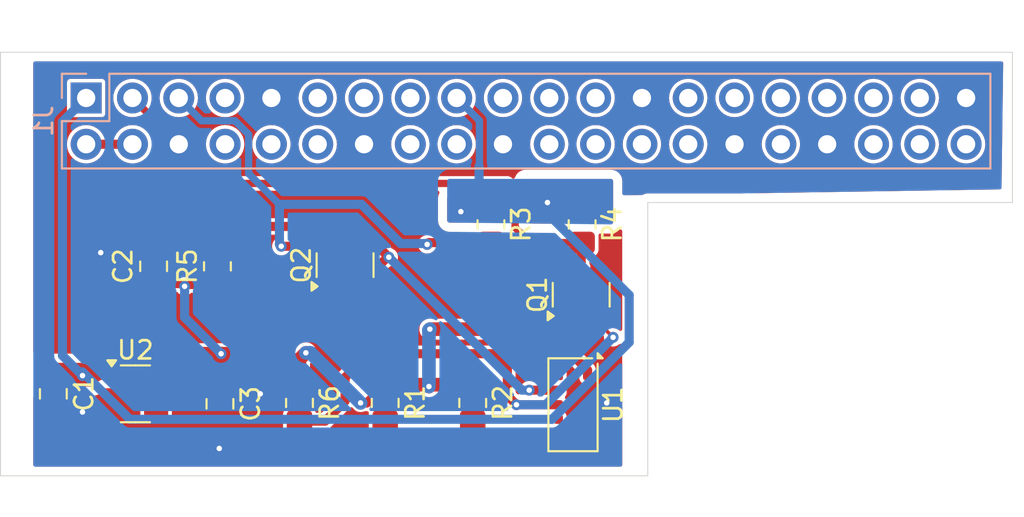
<source format=kicad_pcb>
(kicad_pcb (version 20240108) (generator "pcbnew") (generator_version "8.0")
  (layers (0 "F.Cu" signal) (31 "B.Cu" signal) (34 "B.Paste" user) (35 "F.Paste" user) (36 "B.SilkS" user "B.Silkscreen") (37 "F.SilkS" user "F.Silkscreen") (38 "B.Mask" user) (39 "F.Mask" user) (44 "Edge.Cuts" user))
  (net 0 "")
  (net 1 "/SDA")
  (net 2 "/SDA_3V")
  (net 3 "2.8V")
  (net 4 "/SCL")
  (net 5 "/SCL_3V")
  (net 6 "GND")
  (net 8 "Net-(U1-XSHUT)")
  (net 9 "Net-(U1-GPIO1)")
  (net 10 "VCC")
  (net 32 "Net-(J1-5V-Pad2)")
  (footprint "Package_TO_SOT_SMD:SOT-23-5" (layer "F.Cu") (at 104.4 73)
    (property "Reference" "U2" (at 0 -2.4 0) (layer "F.SilkS"))
    (property "Value" "LP5907MFX-2.8")
    (fp_line (start 0 -1.56) (end -0.8 -1.56) (stroke (width 0.12)) (layer "F.SilkS"))
    (fp_line (start 0 -1.56) (end 0.8 -1.56) (stroke (width 0.12)) (layer "F.SilkS"))
    (fp_line (start 0 1.56) (end -0.8 1.56) (stroke (width 0.12)) (layer "F.SilkS"))
    (fp_line (start 0 1.56) (end 0.8 1.56) (stroke (width 0.12)) (layer "F.SilkS"))
    (fp_poly (pts (xy -1.3 -1.51) (xy -1.54 -1.84) (xy -1.06 -1.84) (xy -1.3 -1.51)) (stroke (width 0.12)) (fill solid) (layer "F.SilkS"))
    (pad "1" smd roundrect (at -1.1375 -0.95) (size 1.325 0.6) (layers "F.Cu" "F.Paste" "F.Mask") (net 10 "VCC"))
    (pad "2" smd roundrect (at -1.1375 0) (size 1.325 0.6) (layers "F.Cu" "F.Paste" "F.Mask") (net 6 "GND"))
    (pad "3" smd roundrect (at -1.1375 0.95) (size 1.325 0.6) (layers "F.Cu" "F.Paste" "F.Mask") (net 6 "GND"))
    (pad "4" smd roundrect (at 1.1375 0.95) (size 1.325 0.6) (layers "F.Cu" "F.Paste" "F.Mask"))
    (pad "5" smd roundrect (at 1.1375 -0.95) (size 1.325 0.6) (layers "F.Cu" "F.Paste" "F.Mask") (net 3 "2.8V"))
  )
  (footprint "Resistor_SMD:R_0805_2012Metric_Pad1.20x1.40mm_HandSolder" (layer "F.Cu") (at 123.9 63.7 -90)
    (property "Reference" "R3" (at 0 -1.65 90) (layer "F.SilkS"))
    (property "Value" "18k")
    (fp_line (start -0.227064 0.735) (end 0.227064 0.735) (stroke (width 0.12)) (layer "F.SilkS"))
    (fp_line (start -0.227064 -0.735) (end 0.227064 -0.735) (stroke (width 0.12)) (layer "F.SilkS"))
    (pad "1" smd roundrect (at -1 0 270) (size 1.2 1.4) (layers "F.Cu" "F.Paste" "F.Mask") (roundrect_rratio 0.208333) (net 10 "VCC"))
    (pad "2" smd roundrect (at 1 0 270) (size 1.2 1.4) (layers "F.Cu" "F.Paste" "F.Mask") (roundrect_rratio 0.208333) (net 4 "/SCL"))
  )
  (footprint "Resistor_SMD:R_0805_2012Metric_Pad1.20x1.40mm_HandSolder" (layer "F.Cu") (at 128.9 63.7 -90)
    (property "Reference" "R4" (at 0 -1.65 90) (layer "F.SilkS"))
    (property "Value" "18k")
    (fp_line (start -0.227064 0.735) (end 0.227064 0.735) (stroke (width 0.12)) (layer "F.SilkS"))
    (fp_line (start -0.227064 -0.735) (end 0.227064 -0.735) (stroke (width 0.12)) (layer "F.SilkS"))
    (pad "1" smd roundrect (at -1 0 270) (size 1.2 1.4) (layers "F.Cu" "F.Paste" "F.Mask") (roundrect_rratio 0.208333) (net 10 "VCC"))
    (pad "2" smd roundrect (at 1 0 270) (size 1.2 1.4) (layers "F.Cu" "F.Paste" "F.Mask") (roundrect_rratio 0.208333) (net 1 "/SDA"))
  )
  (footprint "Resistor_SMD:R_0805_2012Metric_Pad1.20x1.40mm_HandSolder" (layer "F.Cu") (at 118.1 73.5 -90)
    (property "Reference" "R1" (at 0 -1.65 90) (layer "F.SilkS"))
    (property "Value" "18k")
    (fp_line (start -0.227064 0.735) (end 0.227064 0.735) (stroke (width 0.12)) (layer "F.SilkS"))
    (fp_line (start -0.227064 -0.735) (end 0.227064 -0.735) (stroke (width 0.12)) (layer "F.SilkS"))
    (pad "1" smd roundrect (at -1 0 270) (size 1.2 1.4) (layers "F.Cu" "F.Paste" "F.Mask") (roundrect_rratio 0.208333) (net 3 "2.8V"))
    (pad "2" smd roundrect (at 1 0 270) (size 1.2 1.4) (layers "F.Cu" "F.Paste" "F.Mask") (roundrect_rratio 0.208333) (net 8 "Net-(U1-XSHUT)"))
  )
  (footprint "Resistor_SMD:R_0805_2012Metric_Pad1.20x1.40mm_HandSolder" (layer "F.Cu") (at 113.4 73.5 -90)
    (property "Reference" "R6" (at 0 -1.65 90) (layer "F.SilkS"))
    (property "Value" "18k")
    (fp_line (start -0.227064 0.735) (end 0.227064 0.735) (stroke (width 0.12)) (layer "F.SilkS"))
    (fp_line (start -0.227064 -0.735) (end 0.227064 -0.735) (stroke (width 0.12)) (layer "F.SilkS"))
    (pad "1" smd roundrect (at -1 0 270) (size 1.2 1.4) (layers "F.Cu" "F.Paste" "F.Mask") (roundrect_rratio 0.208333) (net 3 "2.8V"))
    (pad "2" smd roundrect (at 1 0 270) (size 1.2 1.4) (layers "F.Cu" "F.Paste" "F.Mask") (roundrect_rratio 0.208333) (net 2 "/SDA_3V"))
  )
  (footprint "Resistor_SMD:R_0805_2012Metric_Pad1.20x1.40mm_HandSolder" (layer "F.Cu") (at 122.9 73.5 -90)
    (property "Reference" "R2" (at 0 -1.65 90) (layer "F.SilkS"))
    (property "Value" "18k")
    (fp_line (start -0.227064 0.735) (end 0.227064 0.735) (stroke (width 0.12)) (layer "F.SilkS"))
    (fp_line (start -0.227064 -0.735) (end 0.227064 -0.735) (stroke (width 0.12)) (layer "F.SilkS"))
    (pad "1" smd roundrect (at -1 0 270) (size 1.2 1.4) (layers "F.Cu" "F.Paste" "F.Mask") (roundrect_rratio 0.208333) (net 3 "2.8V"))
    (pad "2" smd roundrect (at 1 0 270) (size 1.2 1.4) (layers "F.Cu" "F.Paste" "F.Mask") (roundrect_rratio 0.208333) (net 9 "Net-(U1-GPIO1)"))
  )
  (footprint "Package_TO_SOT_SMD:SOT-23" (layer "F.Cu") (at 128.85 67.5625 90)
    (property "Reference" "Q1" (at 0 -2.4 -90) (layer "F.SilkS"))
    (property "Value" "BSS138" (hide yes))
    (fp_line (start 0 -1.56) (end 0.65 -1.56) (stroke (width 0.12)) (layer "F.SilkS"))
    (fp_line (start 0 -1.56) (end -0.65 -1.56) (stroke (width 0.12)) (layer "F.SilkS"))
    (fp_line (start 0 1.56) (end 0.65 1.56) (stroke (width 0.12)) (layer "F.SilkS"))
    (fp_line (start 0 1.56) (end -0.65 1.56) (stroke (width 0.12)) (layer "F.SilkS"))
    (fp_poly (pts (xy -1.1625 -1.51) (xy -1.4025 -1.84) (xy -0.9225 -1.84) (xy -1.1625 -1.51)) (stroke (width 0.12)) (fill solid) (layer "F.SilkS"))
    (pad "1" smd roundrect (at -0.9375 -0.95 90) (size 1.475 0.6) (layers "F.Cu" "F.Paste" "F.Mask") (net 3 "2.8V"))
    (pad "2" smd roundrect (at -0.9375 0.95 90) (size 1.475 0.6) (layers "F.Cu" "F.Paste" "F.Mask") (net 2 "/SDA_3V"))
    (pad "3" smd roundrect (at 0.9375 0 90) (size 1.475 0.6) (layers "F.Cu" "F.Paste" "F.Mask") (net 1 "/SDA"))
  )
  (footprint "Capacitor_SMD:C_0805_2012Metric" (layer "F.Cu") (at 109.0375 73.55 -90)
    (property "Reference" "C3" (at 0 -1.68 90) (layer "F.SilkS"))
    (property "Value" "C")
    (fp_line (start -0.261252 0.735) (end 0.261252 0.735) (stroke (width 0.12)) (layer "F.SilkS"))
    (fp_line (start -0.261252 -0.735) (end 0.261252 -0.735) (stroke (width 0.12)) (layer "F.SilkS"))
    (pad "1" smd roundrect (at -0.95 0 270) (size 1 1.45) (layers "F.Cu" "F.Paste" "F.Mask") (net 3 "2.8V"))
    (pad "2" smd roundrect (at 0.95 0 270) (size 1 1.45) (layers "F.Cu" "F.Paste" "F.Mask") (net 6 "GND"))
  )
  (footprint "Capacitor_SMD:C_0805_2012Metric" (layer "F.Cu") (at 99.9 73 -90)
    (property "Reference" "C1" (at 0 -1.68 90) (layer "F.SilkS"))
    (property "Value" "C")
    (fp_line (start -0.261252 0.735) (end 0.261252 0.735) (stroke (width 0.12)) (layer "F.SilkS"))
    (fp_line (start -0.261252 -0.735) (end 0.261252 -0.735) (stroke (width 0.12)) (layer "F.SilkS"))
    (pad "1" smd roundrect (at -0.95 0 270) (size 1 1.45) (layers "F.Cu" "F.Paste" "F.Mask") (net 10 "VCC"))
    (pad "2" smd roundrect (at 0.95 0 270) (size 1 1.45) (layers "F.Cu" "F.Paste" "F.Mask") (net 6 "GND"))
  )
  (footprint "Sensor_Distance:ST_VL53L1x" (layer "F.Cu") (at 128.4 73.6 -90)
    (property "Reference" "U1" (at 0 -2.2 90) (layer "F.SilkS"))
    (property "Value" "VL53L0CXV0DH1")
    (fp_line (start -2.55 1.35) (end 2.55 1.35) (stroke (width 0.12)) (layer "F.SilkS"))
    (fp_line (start 2.55 1.35) (end 2.55 -1.35) (stroke (width 0.12)) (layer "F.SilkS"))
    (fp_line (start -2.55 -1.05) (end -2.55 1.35) (stroke (width 0.12)) (layer "F.SilkS"))
    (fp_line (start 2.55 -1.35) (end -2.25 -1.35) (stroke (width 0.12)) (layer "F.SilkS"))
    (fp_poly (pts (xy -2.55 -1.35) (xy -2.83 -1.35) (xy -2.55 -1.63) (xy -2.55 -1.35)) (stroke (width 0.12)) (fill solid) (layer "F.SilkS"))
    (pad "1" smd roundrect (at -1.74 -0.675 270) (size 0.38 0.25) (layers "F.Cu" "F.Paste" "F.Mask") (net 3 "2.8V"))
    (pad "1" smd roundrect (at -1.6 -0.8 270) (size 0.5 0.5) (layers "F.Cu" "F.Paste" "F.Mask") (net 3 "2.8V"))
    (pad "2" smd roundrect (at -0.8 -0.8 270) (size 0.5 0.5) (layers "F.Cu" "F.Paste" "F.Mask") (net 6 "GND"))
    (pad "3" smd roundrect (at 0 -0.8 270) (size 0.5 0.5) (layers "F.Cu" "F.Paste" "F.Mask") (net 6 "GND"))
    (pad "4" smd roundrect (at 0.8 -0.8 270) (size 0.5 0.5) (layers "F.Cu" "F.Paste" "F.Mask") (net 6 "GND"))
    (pad "5" smd roundrect (at 1.6 -0.8 270) (size 0.5 0.5) (layers "F.Cu" "F.Paste" "F.Mask") (net 8 "Net-(U1-XSHUT)"))
    (pad "6" smd roundrect (at 1.6 0 270) (size 0.5 0.5) (layers "F.Cu" "F.Paste" "F.Mask") (net 6 "GND"))
    (pad "7" smd roundrect (at 1.6 0.8 270) (size 0.5 0.5) (layers "F.Cu" "F.Paste" "F.Mask") (net 9 "Net-(U1-GPIO1)"))
    (pad "8" smd roundrect (at 0.8 0.8 270) (size 0.5 0.5) (layers "F.Cu" "F.Paste" "F.Mask"))
    (pad "9" smd roundrect (at 0 0.8 270) (size 0.5 0.5) (layers "F.Cu" "F.Paste" "F.Mask") (net 2 "/SDA_3V"))
    (pad "10" smd roundrect (at -0.8 0.8 270) (size 0.5 0.5) (layers "F.Cu" "F.Paste" "F.Mask") (net 5 "/SCL_3V"))
    (pad "11" smd roundrect (at -1.6 0.8 270) (size 0.5 0.5) (layers "F.Cu" "F.Paste" "F.Mask") (net 3 "2.8V"))
    (pad "12" smd roundrect (at -1.6 0 270) (size 0.5 0.5) (layers "F.Cu" "F.Paste" "F.Mask") (net 6 "GND"))
  )
  (footprint "Capacitor_SMD:C_0805_2012Metric" (layer "F.Cu") (at 105.4 66 90)
    (property "Reference" "C2" (at 0 -1.68 270) (layer "F.SilkS"))
    (property "Value" "C")
    (fp_line (start -0.261252 -0.735) (end 0.261252 -0.735) (stroke (width 0.12)) (layer "F.SilkS"))
    (fp_line (start -0.261252 0.735) (end 0.261252 0.735) (stroke (width 0.12)) (layer "F.SilkS"))
    (pad "1" smd roundrect (at -0.95 0 90) (size 1 1.45) (layers "F.Cu" "F.Paste" "F.Mask") (net 3 "2.8V"))
    (pad "2" smd roundrect (at 0.95 0 90) (size 1 1.45) (layers "F.Cu" "F.Paste" "F.Mask") (net 6 "GND"))
  )
  (footprint "Package_TO_SOT_SMD:SOT-23" (layer "F.Cu") (at 115.9 65.9375 90)
    (property "Reference" "Q2" (at 0 -2.4 270) (layer "F.SilkS"))
    (property "Value" "BSS138")
    (fp_line (start 0 -1.56) (end 0.65 -1.56) (stroke (width 0.12)) (layer "F.SilkS"))
    (fp_line (start 0 -1.56) (end -0.65 -1.56) (stroke (width 0.12)) (layer "F.SilkS"))
    (fp_line (start 0 1.56) (end 0.65 1.56) (stroke (width 0.12)) (layer "F.SilkS"))
    (fp_line (start 0 1.56) (end -0.65 1.56) (stroke (width 0.12)) (layer "F.SilkS"))
    (fp_poly (pts (xy -1.1625 -1.51) (xy -1.4025 -1.84) (xy -0.9225 -1.84) (xy -1.1625 -1.51)) (stroke (width 0.12)) (fill solid) (layer "F.SilkS"))
    (pad "1" smd roundrect (at -0.9375 -0.95 90) (size 1.475 0.6) (layers "F.Cu" "F.Paste" "F.Mask") (net 3 "2.8V"))
    (pad "2" smd roundrect (at -0.9375 0.95 90) (size 1.475 0.6) (layers "F.Cu" "F.Paste" "F.Mask") (net 5 "/SCL_3V"))
    (pad "3" smd roundrect (at 0.9375 0 90) (size 1.475 0.6) (layers "F.Cu" "F.Paste" "F.Mask") (net 4 "/SCL"))
  )
  (footprint "Resistor_SMD:R_0805_2012Metric_Pad1.20x1.40mm_HandSolder" (layer "F.Cu") (at 108.9 66 90)
    (property "Reference" "R5" (at 0 -1.65 270) (layer "F.SilkS"))
    (property "Value" "18k")
    (fp_line (start -0.227064 -0.735) (end 0.227064 -0.735) (stroke (width 0.12)) (layer "F.SilkS"))
    (fp_line (start -0.227064 0.735) (end 0.227064 0.735) (stroke (width 0.12)) (layer "F.SilkS"))
    (pad "1" smd roundrect (at -1 0 90) (size 1.2 1.4) (layers "F.Cu" "F.Paste" "F.Mask") (roundrect_rratio 0.208333) (net 3 "2.8V"))
    (pad "2" smd roundrect (at 1 0 90) (size 1.2 1.4) (layers "F.Cu" "F.Paste" "F.Mask") (roundrect_rratio 0.208333) (net 5 "/SCL_3V"))
  )
  (footprint "Connector_PinHeader_2.54mm:PinHeader_2x20_P2.54mm_Vertical" (layer "B.Cu") (at 101.7 56.76 -90)
    (property "Reference" "J1" (at 1.27 2.33 -90) (layer "B.SilkS") (effects (justify mirror)))
    (property "Value" "Raspberry_Pi_2_3")
    (fp_line (start -1.33 1.33) (end -1.33 0) (stroke (width 0.12)) (layer "B.SilkS"))
    (fp_line (start 0 1.33) (end -1.33 1.33) (stroke (width 0.12)) (layer "B.SilkS"))
    (fp_line (start 1.27 1.33) (end 1.27 -1.27) (stroke (width 0.12)) (layer "B.SilkS"))
    (fp_line (start 3.87 1.33) (end 1.27 1.33) (stroke (width 0.12)) (layer "B.SilkS"))
    (fp_line (start 1.27 -1.27) (end -1.33 -1.27) (stroke (width 0.12)) (layer "B.SilkS"))
    (fp_line (start -1.33 -49.59) (end -1.33 -1.27) (stroke (width 0.12)) (layer "B.SilkS"))
    (fp_line (start 3.87 -49.59) (end 3.87 1.33) (stroke (width 0.12)) (layer "B.SilkS"))
    (fp_line (start 3.87 -49.59) (end -1.33 -49.59) (stroke (width 0.12)) (layer "B.SilkS"))
    (pad "1" thru_hole rect (at 0 0 270) (size 1.7 1.7) (drill 1) (layers "*.Cu" "*.Mask") (net 10 "VCC"))
    (pad "2" thru_hole oval (at 2.54 0 270) (size 1.7 1.7) (drill 1) (layers "*.Cu" "*.Mask") (net 32 "Net-(J1-5V-Pad2)"))
    (pad "3" thru_hole oval (at 0 -2.54 270) (size 1.7 1.7) (drill 1) (layers "*.Cu" "*.Mask") (net 1 "/SDA"))
    (pad "4" thru_hole oval (at 2.54 -2.54 270) (size 1.7 1.7) (drill 1) (layers "*.Cu" "*.Mask") (net 32 "Net-(J1-5V-Pad2)"))
    (pad "5" thru_hole oval (at 0 -5.08 270) (size 1.7 1.7) (drill 1) (layers "*.Cu" "*.Mask") (net 4 "/SCL"))
    (pad "6" thru_hole oval (at 2.54 -5.08 270) (size 1.7 1.7) (drill 1) (layers "*.Cu" "*.Mask") (net 6 "GND"))
    (pad "7" thru_hole oval (at 0 -7.62 270) (size 1.7 1.7) (drill 1) (layers "*.Cu" "*.Mask"))
    (pad "8" thru_hole oval (at 2.54 -7.62 270) (size 1.7 1.7) (drill 1) (layers "*.Cu" "*.Mask"))
    (pad "9" thru_hole oval (at 0 -10.16 270) (size 1.7 1.7) (drill 1) (layers "*.Cu" "*.Mask") (net 6 "GND"))
    (pad "10" thru_hole oval (at 2.54 -10.16 270) (size 1.7 1.7) (drill 1) (layers "*.Cu" "*.Mask"))
    (pad "11" thru_hole oval (at 0 -12.7 270) (size 1.7 1.7) (drill 1) (layers "*.Cu" "*.Mask"))
    (pad "12" thru_hole oval (at 2.54 -12.7 270) (size 1.7 1.7) (drill 1) (layers "*.Cu" "*.Mask"))
    (pad "13" thru_hole oval (at 0 -15.24 270) (size 1.7 1.7) (drill 1) (layers "*.Cu" "*.Mask"))
    (pad "14" thru_hole oval (at 2.54 -15.24 270) (size 1.7 1.7) (drill 1) (layers "*.Cu" "*.Mask") (net 6 "GND"))
    (pad "15" thru_hole oval (at 0 -17.78 270) (size 1.7 1.7) (drill 1) (layers "*.Cu" "*.Mask"))
    (pad "16" thru_hole oval (at 2.54 -17.78 270) (size 1.7 1.7) (drill 1) (layers "*.Cu" "*.Mask"))
    (pad "17" thru_hole oval (at 0 -20.32 270) (size 1.7 1.7) (drill 1) (layers "*.Cu" "*.Mask") (net 10 "VCC"))
    (pad "18" thru_hole oval (at 2.54 -20.32 270) (size 1.7 1.7) (drill 1) (layers "*.Cu" "*.Mask"))
    (pad "19" thru_hole oval (at 0 -22.86 270) (size 1.7 1.7) (drill 1) (layers "*.Cu" "*.Mask"))
    (pad "20" thru_hole oval (at 2.54 -22.86 270) (size 1.7 1.7) (drill 1) (layers "*.Cu" "*.Mask") (net 6 "GND"))
    (pad "21" thru_hole oval (at 0 -25.4 270) (size 1.7 1.7) (drill 1) (layers "*.Cu" "*.Mask"))
    (pad "22" thru_hole oval (at 2.54 -25.4 270) (size 1.7 1.7) (drill 1) (layers "*.Cu" "*.Mask"))
    (pad "23" thru_hole oval (at 0 -27.94 270) (size 1.7 1.7) (drill 1) (layers "*.Cu" "*.Mask"))
    (pad "24" thru_hole oval (at 2.54 -27.94 270) (size 1.7 1.7) (drill 1) (layers "*.Cu" "*.Mask"))
    (pad "25" thru_hole oval (at 0 -30.48 270) (size 1.7 1.7) (drill 1) (layers "*.Cu" "*.Mask") (net 6 "GND"))
    (pad "26" thru_hole oval (at 2.54 -30.48 270) (size 1.7 1.7) (drill 1) (layers "*.Cu" "*.Mask"))
    (pad "27" thru_hole oval (at 0 -33.02 270) (size 1.7 1.7) (drill 1) (layers "*.Cu" "*.Mask"))
    (pad "28" thru_hole oval (at 2.54 -33.02 270) (size 1.7 1.7) (drill 1) (layers "*.Cu" "*.Mask"))
    (pad "29" thru_hole oval (at 0 -35.56 270) (size 1.7 1.7) (drill 1) (layers "*.Cu" "*.Mask"))
    (pad "30" thru_hole oval (at 2.54 -35.56 270) (size 1.7 1.7) (drill 1) (layers "*.Cu" "*.Mask") (net 6 "GND"))
    (pad "31" thru_hole oval (at 0 -38.1 270) (size 1.7 1.7) (drill 1) (layers "*.Cu" "*.Mask"))
    (pad "32" thru_hole oval (at 2.54 -38.1 270) (size 1.7 1.7) (drill 1) (layers "*.Cu" "*.Mask"))
    (pad "33" thru_hole oval (at 0 -40.64 270) (size 1.7 1.7) (drill 1) (layers "*.Cu" "*.Mask"))
    (pad "34" thru_hole oval (at 2.54 -40.64 270) (size 1.7 1.7) (drill 1) (layers "*.Cu" "*.Mask") (net 6 "GND"))
    (pad "35" thru_hole oval (at 0 -43.18 270) (size 1.7 1.7) (drill 1) (layers "*.Cu" "*.Mask"))
    (pad "36" thru_hole oval (at 2.54 -43.18 270) (size 1.7 1.7) (drill 1) (layers "*.Cu" "*.Mask"))
    (pad "37" thru_hole oval (at 0 -45.72 270) (size 1.7 1.7) (drill 1) (layers "*.Cu" "*.Mask"))
    (pad "38" thru_hole oval (at 2.54 -45.72 270) (size 1.7 1.7) (drill 1) (layers "*.Cu" "*.Mask"))
    (pad "39" thru_hole oval (at 0 -48.26 270) (size 1.7 1.7) (drill 1) (layers "*.Cu" "*.Mask") (net 6 "GND"))
    (pad "40" thru_hole oval (at 2.54 -48.26 270) (size 1.7 1.7) (drill 1) (layers "*.Cu" "*.Mask"))
  )
  (gr_line (start 97 54.25) (end 97 77.5) (stroke (width 0.05)) (layer "Edge.Cuts"))
  (gr_line (start 132.5 77.5) (end 132.5 62.5) (stroke (width 0.05)) (layer "Edge.Cuts"))
  (gr_line (start 152.5 62.5) (end 152.5 54.25) (stroke (width 0.05)) (layer "Edge.Cuts"))
  (gr_line (start 97 77.5) (end 132.5 77.5) (stroke (width 0.05)) (layer "Edge.Cuts"))
  (gr_line (start 132.5 62.5) (end 152.5 62.5) (stroke (width 0.05)) (layer "Edge.Cuts"))
  (gr_line (start 152.5 54.25) (end 97 54.25) (stroke (width 0.05)) (layer "Edge.Cuts"))
  (segment (start 104.24 56.76) (end 105.53 58.05) (width 0.4) (layer "F.Cu") (net 1))
  (segment (start 105.53 59.905) (end 107.075 61.45) (width 0.4) (layer "F.Cu") (net 1))
  (segment (start 107.075 61.45) (end 124.775 61.45) (width 0.4) (layer "F.Cu") (net 1))
  (segment (start 128.85 66.625) (end 128.85 64.75) (width 0.5) (layer "F.Cu") (net 1))
  (segment (start 128.85 64.75) (end 128.9 64.7) (width 0.5) (layer "F.Cu") (net 1))
  (segment (start 125.225 61.9) (end 125.225 63.875) (width 0.4) (layer "F.Cu") (net 1))
  (segment (start 126.1 64.75) (end 126.15 64.7) (width 0.4) (layer "F.Cu") (net 1))
  (segment (start 124.775 61.45) (end 125.225 61.9) (width 0.4) (layer "F.Cu") (net 1))
  (segment (start 126.15 64.7) (end 128.9 64.7) (width 0.4) (layer "F.Cu") (net 1))
  (segment (start 125.225 63.875) (end 126.1 64.75) (width 0.4) (layer "F.Cu") (net 1))
  (segment (start 105.53 58.05) (end 105.53 59.905) (width 0.4) (layer "F.Cu") (net 1))
  (segment (start 124.8 71.5) (end 124.1 70.8) (width 0.5) (layer "F.Cu") (net 2))
  (segment (start 124.8 73.1) (end 124.8 71.5) (width 0.5) (layer "F.Cu") (net 2))
  (segment (start 124.1 70.8) (end 117.2 70.8) (width 0.5) (layer "F.Cu") (net 2))
  (segment (start 117.2 70.8) (end 115.9 72.1) (width 0.5) (layer "F.Cu") (net 2))
  (segment (start 125.3 73.6) (end 124.8 73.1) (width 0.5) (layer "F.Cu") (net 2))
  (segment (start 125.3 73.6) (end 127.6 73.6) (width 0.5) (layer "F.Cu") (net 2))
  (segment (start 114.8 74.5) (end 113.4 74.5) (width 0.5) (layer "F.Cu") (net 2))
  (segment (start 129.8 68.5) (end 129.8 69.1) (width 0.2) (layer "F.Cu") (net 2))
  (segment (start 129.8 69.1) (end 130.6 69.9) (width 0.2) (layer "F.Cu") (net 2))
  (segment (start 115.9 73.4) (end 114.8 74.5) (width 0.5) (layer "F.Cu") (net 2))
  (segment (start 115.9 72.1) (end 115.9 73.4) (width 0.5) (layer "F.Cu") (net 2))
  (via (at 130.6 69.9) (size 0.6) (drill 0.3) (layers "F.Cu" "B.Cu") (net 2))
  (via (at 125.3 73.6) (size 0.6) (drill 0.3) (layers "F.Cu" "B.Cu") (net 2))
  (segment (start 130.6 69.9) (end 126.9 73.6) (width 0.5) (layer "B.Cu") (net 2))
  (segment (start 126.9 73.6) (end 125.3 73.6) (width 0.5) (layer "B.Cu") (net 2))
  (segment (start 118.1 72.5) (end 120.4 72.5) (width 0.75) (layer "F.Cu") (net 3))
  (segment (start 108.9 67) (end 114.825 67) (width 0.5) (layer "F.Cu") (net 3))
  (segment (start 120.6 72.5) (end 120.5 72.6) (width 0.75) (layer "F.Cu") (net 3))
  (segment (start 127.6 70.3) (end 127.7 70.2) (width 0.5) (layer "F.Cu") (net 3))
  (segment (start 124.825 69.375) (end 126.875 69.375) (width 0.75) (layer "F.Cu") (net 3))
  (segment (start 109.1 70.8) (end 109.1 72.5375) (width 0.75) (layer "F.Cu") (net 3))
  (segment (start 109.1 70.8) (end 111.7 70.8) (width 0.75) (layer "F.Cu") (net 3))
  (segment (start 122.9 72.5) (end 120.6 72.5) (width 0.75) (layer "F.Cu") (net 3))
  (segment (start 127.7 70.2) (end 127.7 68.7) (width 0.5) (layer "F.Cu") (net 3))
  (segment (start 108.9 67) (end 107.2 67) (width 0.5) (layer "F.Cu") (net 3))
  (segment (start 107.2 67) (end 107.1 67.1) (width 0.5) (layer "F.Cu") (net 3))
  (segment (start 124.75 69.45) (end 124.825 69.375) (width 0.75) (layer "F.Cu") (net 3))
  (segment (start 127.6 72) (end 127.6 70.3) (width 0.5) (layer "F.Cu") (net 3))
  (segment (start 120.4 72.5) (end 120.5 72.6) (width 0.75) (layer "F.Cu") (net 3))
  (segment (start 106.95 66.95) (end 107.1 67.1) (width 0.5) (layer "F.Cu") (net 3))
  (segment (start 117.1 73.5) (end 118.1 72.5) (width 0.5) (layer "F.Cu") (net 3))
  (segment (start 114.825 67) (end 114.95 66.875) (width 0.5) (layer "F.Cu") (net 3))
  (segment (start 129.2 72) (end 129.2 71.7) (width 0.5) (layer "F.Cu") (net 3))
  (segment (start 126.875 69.375) (end 127.7 70.2) (width 0.75) (layer "F.Cu") (net 3))
  (segment (start 120.55 69.45) (end 124.75 69.45) (width 0.75) (layer "F.Cu") (net 3))
  (segment (start 129.2 71.7) (end 127.7 70.2) (width 0.5) (layer "F.Cu") (net 3))
  (segment (start 109.1 70.8) (end 106.7875 70.8) (width 0.75) (layer "F.Cu") (net 3))
  (segment (start 105.4 66.95) (end 106.95 66.95) (width 0.5) (layer "F.Cu") (net 3))
  (segment (start 106.7875 70.8) (end 105.5375 72.05) (width 0.75) (layer "F.Cu") (net 3))
  (segment (start 116.75 73.5) (end 117.1 73.5) (width 0.5) (layer "F.Cu") (net 3))
  (segment (start 127.7 68.7) (end 127.9 68.5) (width 0.5) (layer "F.Cu") (net 3))
  (segment (start 111.7 70.8) (end 113.4 72.5) (width 0.75) (layer "F.Cu") (net 3))
  (segment (start 113.4 71.1) (end 113.75 70.75) (width 0.75) (layer "F.Cu") (net 3))
  (segment (start 109.1 72.5375) (end 109.0375 72.6) (width 0.75) (layer "F.Cu") (net 3))
  (segment (start 113.4 72.5) (end 113.4 71.1) (width 0.75) (layer "F.Cu") (net 3))
  (via (at 120.55 69.45) (size 0.6) (drill 0.3) (layers "F.Cu" "B.Cu") (net 3))
  (via (at 120.5 72.6) (size 0.6) (drill 0.3) (layers "F.Cu" "B.Cu") (net 3))
  (via (at 113.75 70.75) (size 0.6) (drill 0.3) (layers "F.Cu" "B.Cu") (net 3))
  (via (at 116.75 73.5) (size 0.6) (drill 0.3) (layers "F.Cu" "B.Cu") (net 3))
  (via (at 109.1 70.8) (size 0.6) (drill 0.3) (layers "F.Cu" "B.Cu") (net 3))
  (via (at 107.1 67.1) (size 0.6) (drill 0.3) (layers "F.Cu" "B.Cu") (net 3))
  (segment (start 107.1 67.1) (end 107.1 68.8) (width 0.5) (layer "B.Cu") (net 3))
  (segment (start 107.1 68.8) (end 109.1 70.8) (width 0.5) (layer "B.Cu") (net 3))
  (segment (start 120.5 69.5) (end 120.55 69.45) (width 0.75) (layer "B.Cu") (net 3))
  (segment (start 113.75 70.75) (end 114 70.75) (width 0.75) (layer "B.Cu") (net 3))
  (segment (start 114 70.75) (end 116.75 73.5) (width 0.75) (layer "B.Cu") (net 3))
  (segment (start 120.5 72.6) (end 120.5 69.5) (width 0.75) (layer "B.Cu") (net 3))
  (segment (start 112.4 64.9) (end 115.8 64.9) (width 0.5) (layer "F.Cu") (net 4))
  (segment (start 120.5 64.7) (end 120.4 64.8) (width 0.5) (layer "F.Cu") (net 4))
  (segment (start 115.8 64.9) (end 115.9 65) (width 0.5) (layer "F.Cu") (net 4))
  (segment (start 123.9 64.7) (end 120.5 64.7) (width 0.5) (layer "F.Cu") (net 4))
  (via (at 112.4 64.9) (size 0.6) (drill 0.3) (layers "F.Cu" "B.Cu") (net 4))
  (via (at 120.4 64.8) (size 0.6) (drill 0.3) (layers "F.Cu" "B.Cu") (net 4))
  (segment (start 109.86 58.01) (end 110.61 58.76) (width 0.4) (layer "B.Cu") (net 4))
  (segment (start 118.95 64.75) (end 116.8 62.6) (width 0.5) (layer "B.Cu") (net 4))
  (segment (start 112.3 64.8) (end 112.4 64.9) (width 0.5) (layer "B.Cu") (net 4))
  (segment (start 120.35 64.75) (end 118.95 64.75) (width 0.5) (layer "B.Cu") (net 4))
  (segment (start 108.03 58.01) (end 109.86 58.01) (width 0.4) (layer "B.Cu") (net 4))
  (segment (start 120.4 64.8) (end 120.35 64.75) (width 0.5) (layer "B.Cu") (net 4))
  (segment (start 110.61 58.76) (end 110.61 60.91) (width 0.4) (layer "B.Cu") (net 4))
  (segment (start 110.61 60.91) (end 112.3 62.6) (width 0.4) (layer "B.Cu") (net 4))
  (segment (start 106.78 56.76) (end 108.03 58.01) (width 0.4) (layer "B.Cu") (net 4))
  (segment (start 116.8 62.6) (end 112.3 62.6) (width 0.5) (layer "B.Cu") (net 4))
  (segment (start 112.3 62.6) (end 112.3 64.8) (width 0.5) (layer "B.Cu") (net 4))
  (segment (start 126 72.8) (end 127.6 72.8) (width 0.5) (layer "F.Cu") (net 5))
  (segment (start 116.6125 63.8125) (end 118.3 65.5) (width 0.5) (layer "F.Cu") (net 5))
  (segment (start 108.9 65) (end 110.0875 63.8125) (width 0.5) (layer "F.Cu") (net 5))
  (segment (start 118.225 65.5) (end 118.3 65.5) (width 0.2) (layer "F.Cu") (net 5))
  (segment (start 116.85 66.875) (end 118.225 65.5) (width 0.5) (layer "F.Cu") (net 5))
  (segment (start 110.0875 63.8125) (end 116.6125 63.8125) (width 0.5) (layer "F.Cu") (net 5))
  (via (at 126 72.8) (size 0.6) (drill 0.3) (layers "F.Cu" "B.Cu") (net 5))
  (via (at 118.3 65.5) (size 0.6) (drill 0.3) (layers "F.Cu" "B.Cu") (net 5))
  (segment (start 118.3 65.5) (end 125.6 72.8) (width 0.5) (layer "B.Cu") (net 5))
  (segment (start 125.6 72.8) (end 126 72.8) (width 0.5) (layer "B.Cu") (net 5))
  (segment (start 102.5 65.25) (end 105.2 65.25) (width 0.5) (layer "F.Cu") (net 6))
  (segment (start 105.2 65.25) (end 105.4 65.05) (width 0.5) (layer "F.Cu") (net 6))
  (segment (start 103.2125 74) (end 103.2625 73.95) (width 0.5) (layer "F.Cu") (net 6))
  (segment (start 99.95 74) (end 99.9 73.95) (width 0.5) (layer "F.Cu") (net 6))
  (segment (start 104.675 65.05) (end 105.4 65.05) (width 0.5) (layer "F.Cu") (net 6))
  (segment (start 103.2625 73) (end 103.2625 73.95) (width 0.5) (layer "F.Cu") (net 6))
  (segment (start 109 74.5375) (end 109.0375 74.5) (width 0.5) (layer "F.Cu") (net 6))
  (via (at 111.25 73) (size 0.6) (drill 0.3) (layers "F.Cu" "B.Cu") (net 6))
  (via (at 101.5 74) (size 0.6) (drill 0.3) (layers "F.Cu" "B.Cu") (net 6))
  (via (at 130.25 73.5) (size 0.6) (drill 0.3) (layers "F.Cu" "B.Cu") (net 6))
  (via (at 102.5 65.25) (size 0.6) (drill 0.3) (layers "F.Cu" "B.Cu") (net 6))
  (via (at 109 76) (size 0.6) (drill 0.3) (layers "F.Cu" "B.Cu") (net 6))
  (segment (start 129.2 75.466638) (end 128.766638 75.9) (width 0.5) (layer "F.Cu") (net 8))
  (segment (start 128.766638 75.9) (end 119.5 75.9) (width 0.5) (layer "F.Cu") (net 8))
  (segment (start 129.2 75.2) (end 129.2 75.466638) (width 0.5) (layer "F.Cu") (net 8))
  (segment (start 119.5 75.9) (end 118.1 74.5) (width 0.5) (layer "F.Cu") (net 8))
  (segment (start 123.6 75.2) (end 122.9 74.5) (width 0.5) (layer "F.Cu") (net 9))
  (segment (start 127.6 75.2) (end 123.6 75.2) (width 0.5) (layer "F.Cu") (net 9))
  (via (at 101.5 72) (size 0.6) (drill 0.3) (layers "F.Cu" "B.Cu") (net 10))
  (via (at 127 62.5) (size 0.6) (drill 0.3) (layers "F.Cu" "B.Cu") (net 10))
  (via (at 122.25 63) (size 0.6) (drill 0.3) (layers "F.Cu" "B.Cu") (net 10))
  (segment (start 122.25 63) (end 123.25 62) (width 0.5) (layer "B.Cu") (net 10))
  (segment (start 104.1 74.4) (end 101.7 72) (width 0.5) (layer "B.Cu") (net 10))
  (segment (start 123.25 58) (end 123.25 57.99) (width 0.4) (layer "B.Cu") (net 10))
  (segment (start 127.25 74.4) (end 104.1 74.4) (width 0.5) (layer "B.Cu") (net 10))
  (segment (start 101.7 72) (end 101.5 72) (width 0.5) (layer "B.Cu") (net 10))
  (segment (start 100.4 58.06) (end 101.7 56.76) (width 0.5) (layer "B.Cu") (net 10))
  (segment (start 123.27 58.02) (end 123.27 60.48) (width 0.4) (layer "B.Cu") (net 10))
  (segment (start 101.5 72) (end 101.5 71.8) (width 0.5) (layer "B.Cu") (net 10))
  (segment (start 127 62.5) (end 127 63.1) (width 0.5) (layer "B.Cu") (net 10))
  (segment (start 131.481613 70.168387) (end 127.25 74.4) (width 0.5) (layer "B.Cu") (net 10))
  (segment (start 123.25 58) (end 123.27 58.02) (width 0.4) (layer "B.Cu") (net 10))
  (segment (start 100.4 70.9) (end 100.4 58.06) (width 0.5) (layer "B.Cu") (net 10))
  (segment (start 101.5 72) (end 100.4 70.9) (width 0.5) (layer "B.Cu") (net 10))
  (segment (start 127 63.1) (end 131.481613 67.581613) (width 0.5) (layer "B.Cu") (net 10))
  (segment (start 123.25 57.99) (end 122.02 56.76) (width 0.4) (layer "B.Cu") (net 10))
  (segment (start 101.5 71.8) (end 101.6 71.9) (width 0.5) (layer "B.Cu") (net 10))
  (segment (start 123.25 62) (end 123.25 60.5) (width 0.5) (layer "B.Cu") (net 10))
  (segment (start 131.481613 67.581613) (end 131.481613 70.168387) (width 0.5) (layer "B.Cu") (net 10))
  (segment (start 126.4 62.5) (end 126.4 62.5) (width 0.5) (layer "B.Cu") (net 10))
  (segment (start 126.4 62.5) (end 127 62.5) (width 0.5) (layer "B.Cu") (net 10))
  (segment (start 123.27 60.48) (end 123.25 60.5) (width 0.4) (layer "B.Cu") (net 10))
  (segment (start 101.7 59.3) (end 104.24 59.3) (width 0.5) (layer "F.Cu") (net 32))
  (zone (net 10) (net_name "VCC") (layer "F.Cu") (priority 5) (connect_pads thru_hole_only (clearance 0.5)) (min_thickness 0.25) (fill yes (thermal_gap 0.5) (thermal_bridge_width 0.5))
    (polygon (pts (xy 98.9 72.6) (xy 98.9 71.3) (xy 104.1 71.3) (xy 104.1 72.6)))
  )
  (zone (net 6) (net_name "GND") (layers "F&B.Cu") (priority 1) (connect_pads yes (clearance 0.2)) (min_thickness 0.2) (fill yes (thermal_gap 0.5) (thermal_bridge_width 0.5))
    (polygon (pts (xy 98.8 54.5) (xy 98.8 77.55) (xy 131.1 77.55) (xy 131.1 62.1) (xy 151.9 61.775) (xy 152 54.25) (xy 131.075 54.2)))
  )
  (zone (net 10) (net_name "VCC") (layers "F&B.Cu") (priority 4) (connect_pads thru_hole_only (clearance 0.5)) (min_thickness 0.25) (fill yes (thermal_gap 0.5) (thermal_bridge_width 0.5))
    (polygon (pts (xy 121.5 61.2) (xy 130.6 61.2) (xy 130.6 63.7) (xy 121.5 63.6)))
  )
)
</source>
